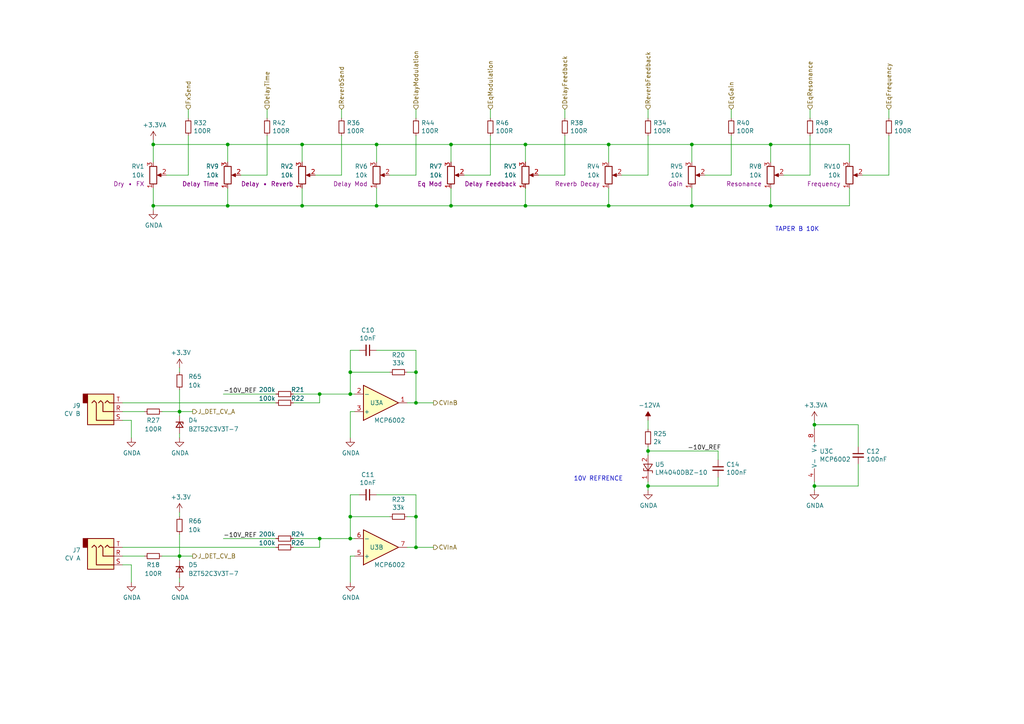
<source format=kicad_sch>
(kicad_sch (version 20230121) (generator eeschema)
  (paper "A4")
  (title_block (title "Echo Cinematic") (date "2024-01-29") (rev "A") (company "KNOBULA") (comment 3 "KNOBULA"))
  (lib_symbols
    (symbol "Amplifier_Operational:MCP602" (pin_names (offset 0.127))
      (property "Reference" "U" (at 0 5.08 0))
      (property "Value" "MCP602" (at 0 -5.08 0))
      (symbol "MCP602_1_1"
        (polyline (pts (xy -5.08 5.08) (xy 5.08 0) (xy -5.08 -5.08) (xy -5.08 5.08)) (stroke (width 0.254)) (fill (type background)))
        (pin output line (at 7.62 0 180) (length 2.54) (name "~") (number "1"))
        (pin input line (at -7.62 -2.54 0) (length 2.54) (name "-") (number "2"))
        (pin input line (at -7.62 2.54 0) (length 2.54) (name "+") (number "3"))
      )
      (symbol "MCP602_2_1"
        (polyline (pts (xy -5.08 5.08) (xy 5.08 0) (xy -5.08 -5.08) (xy -5.08 5.08)) (stroke (width 0.254)) (fill (type background)))
        (pin input line (at -7.62 2.54 0) (length 2.54) (name "+") (number "5"))
        (pin input line (at -7.62 -2.54 0) (length 2.54) (name "-") (number "6"))
        (pin output line (at 7.62 0 180) (length 2.54) (name "~") (number "7"))
      )
      (symbol "MCP602_3_1"
        (pin power_in line (at -2.54 -7.62 90) (length 3.81) (name "V-") (number "4"))
        (pin power_in line (at -2.54 7.62 270) (length 3.81) (name "V+") (number "8"))
      )
    )
    (symbol "Connector_Audio:AudioJack3"
      (property "Reference" "J" (at 0 8.89 0))
      (property "Value" "AudioJack3" (at 0 6.35 0))
      (symbol "AudioJack3_0_1"
        (rectangle (start -5.08 -5.08) (end -6.35 -2.54) (stroke (width 0.254)) (fill (type outline)))
        (polyline (pts (xy 0 -2.54) (xy 0.635 -3.175) (xy 1.27 -2.54) (xy 2.54 -2.54)) (stroke (width 0.254)))
        (polyline (pts (xy -1.905 -2.54) (xy -1.27 -3.175) (xy -0.635 -2.54) (xy -0.635 0) (xy 2.54 0)) (stroke (width 0.254)))
        (polyline (pts (xy 2.54 2.54) (xy -2.54 2.54) (xy -2.54 -2.54) (xy -3.175 -3.175) (xy -3.81 -2.54)) (stroke (width 0.254)))
        (rectangle (start 2.54 3.81) (end -5.08 -5.08) (stroke (width 0.254)) (fill (type background)))
      )
      (symbol "AudioJack3_1_1"
        (pin passive line (at 5.08 0 180) (length 2.54) (name "~") (number "R"))
        (pin passive line (at 5.08 2.54 180) (length 2.54) (name "~") (number "S"))
        (pin passive line (at 5.08 -2.54 180) (length 2.54) (name "~") (number "T"))
      )
    )
    (symbol "Device:C_Small" (pin_numbers hide) (pin_names (offset 0.254) hide)
      (property "Reference" "C" (at 0.254 1.778 0))
      (property "Value" "C_Small" (at 0.254 -2.032 0))
      (symbol "C_Small_0_1"
        (polyline (pts (xy -1.524 -0.508) (xy 1.524 -0.508)) (stroke (width 0.3302)))
        (polyline (pts (xy -1.524 0.508) (xy 1.524 0.508)) (stroke (width 0.3048)))
      )
      (symbol "C_Small_1_1"
        (pin passive line (at 0 2.54 270) (length 2.032) (name "~") (number "1"))
        (pin passive line (at 0 -2.54 90) (length 2.032) (name "~") (number "2"))
      )
    )
    (symbol "Device:D_Zener_Small" (pin_numbers hide) (pin_names (offset 0.254) hide)
      (property "Reference" "D" (at 0 2.286 0))
      (property "Value" "D_Zener_Small" (at 0 -2.286 0))
      (symbol "D_Zener_Small_0_1"
        (polyline (pts (xy 0.762 0) (xy -0.762 0)))
        (polyline (pts (xy -0.254 1.016) (xy -0.762 1.016) (xy -0.762 -1.016)) (stroke (width 0.254)))
        (polyline (pts (xy 0.762 1.016) (xy -0.762 0) (xy 0.762 -1.016) (xy 0.762 1.016)) (stroke (width 0.254)))
      )
      (symbol "D_Zener_Small_1_1"
        (pin passive line (at -2.54 0 0) (length 1.778) (name "K") (number "1"))
        (pin passive line (at 2.54 0 180) (length 1.778) (name "A") (number "2"))
      )
    )
    (symbol "Device:R_Potentiometer" (pin_names (offset 1.016) hide)
      (property "Reference" "RV" (at -4.445 0 90))
      (property "Value" "R_Potentiometer" (at -2.54 0 90))
      (symbol "R_Potentiometer_0_1"
        (polyline (pts (xy 2.54 0) (xy 1.524 0)))
        (polyline (pts (xy 1.143 0) (xy 2.286 0.508) (xy 2.286 -0.508) (xy 1.143 0)) (fill (type outline)))
        (rectangle (start 1.016 2.54) (end -1.016 -2.54) (stroke (width 0.254)))
      )
      (symbol "R_Potentiometer_1_1"
        (pin passive line (at 0 3.81 270) (length 1.27) (name "1") (number "1"))
        (pin passive line (at 3.81 0 180) (length 1.27) (name "2") (number "2"))
        (pin passive line (at 0 -3.81 90) (length 1.27) (name "3") (number "3"))
      )
    )
    (symbol "Device:R_Small" (pin_numbers hide) (pin_names (offset 0.254) hide)
      (property "Reference" "R" (at 0.762 0.508 0))
      (property "Value" "R_Small" (at 0.762 -1.016 0))
      (symbol "R_Small_0_1"
        (rectangle (start -0.762 1.778) (end 0.762 -1.778) (stroke (width 0.2032)))
      )
      (symbol "R_Small_1_1"
        (pin passive line (at 0 2.54 270) (length 0.762) (name "~") (number "1"))
        (pin passive line (at 0 -2.54 90) (length 0.762) (name "~") (number "2"))
      )
    )
    (symbol "Reference_Voltage:LM4040DBZ-10" (pin_names (offset 0.0254) hide)
      (property "Reference" "U" (at 0 2.54 0))
      (property "Value" "LM4040DBZ-10" (at 0 -3.175 0))
      (symbol "LM4040DBZ-10_0_1"
        (polyline (pts (xy -1.27 0) (xy 0 0) (xy 1.27 0)))
        (polyline (pts (xy -1.27 -1.27) (xy 0.635 0) (xy -1.27 1.27) (xy -1.27 -1.27)) (stroke (width 0.2032)))
        (polyline (pts (xy 0 -1.27) (xy 0.635 -1.27) (xy 0.635 1.27) (xy 1.27 1.27)) (stroke (width 0.2032)))
      )
      (symbol "LM4040DBZ-10_1_1"
        (pin passive line (at 3.81 0 180) (length 2.54) (name "K") (number "1"))
        (pin passive line (at -3.81 0 0) (length 2.54) (name "A") (number "2"))
      )
    )
    (symbol "power:+3.3V" (power) (pin_names (offset 0))
      (property "Value" "+3.3V" (at 0 3.556 0))
      (symbol "+3.3V_0_1"
        (polyline (pts (xy -0.762 1.27) (xy 0 2.54)))
        (polyline (pts (xy 0 0) (xy 0 2.54)))
        (polyline (pts (xy 0 2.54) (xy 0.762 1.27)))
      )
      (symbol "+3.3V_1_1"
        (pin power_in line (at 0 0 90) (length 0) hide (name "+3.3V") (number "1"))
      )
    )
    (symbol "power:+3.3VA" (power) (pin_names (offset 0))
      (property "Value" "+3.3VA" (at 0 3.556 0))
      (symbol "+3.3VA_0_1"
        (polyline (pts (xy -0.762 1.27) (xy 0 2.54)))
        (polyline (pts (xy 0 0) (xy 0 2.54)))
        (polyline (pts (xy 0 2.54) (xy 0.762 1.27)))
      )
      (symbol "+3.3VA_1_1"
        (pin power_in line (at 0 0 90) (length 0) hide (name "+3.3VA") (number "1"))
      )
    )
    (symbol "power:-12VA" (power) (pin_names (offset 0))
      (property "Value" "-12VA" (at 0 3.556 0))
      (symbol "-12VA_0_0"
        (pin power_in line (at 0 0 90) (length 0) hide (name "-12VA") (number "1"))
      )
      (symbol "-12VA_0_1"
        (polyline (pts (xy 0 0) (xy 0 1.27) (xy 0.762 1.27) (xy 0 2.54) (xy -0.762 1.27) (xy 0 1.27)) (fill (type outline)))
      )
    )
    (symbol "power:GNDA" (power) (pin_names (offset 0))
      (property "Value" "GNDA" (at 0 -3.81 0))
      (symbol "GNDA_0_1"
        (polyline (pts (xy 0 0) (xy 0 -1.27) (xy 1.27 -1.27) (xy 0 -2.54) (xy -1.27 -1.27) (xy 0 -1.27)))
      )
      (symbol "GNDA_1_1"
        (pin power_in line (at 0 0 270) (length 0) hide (name "GNDA") (number "1"))
      )
    )
  )
  (junction (at 66.04 59.69))
  (junction (at 101.6 114.3))
  (junction (at 44.45 41.91))
  (junction (at 120.65 158.75))
  (junction (at 92.71 156.21))
  (junction (at 66.04 41.91))
  (junction (at 176.53 59.69))
  (junction (at 92.71 114.3))
  (junction (at 109.22 59.69))
  (junction (at 223.52 59.69))
  (junction (at 130.81 41.91))
  (junction (at 176.53 41.91))
  (junction (at 44.45 59.69))
  (junction (at 236.22 123.19))
  (junction (at 120.65 116.84))
  (junction (at 52.07 161.29))
  (junction (at 223.52 41.91))
  (junction (at 152.4 59.69))
  (junction (at 152.4 41.91))
  (junction (at 130.81 59.69))
  (junction (at 52.07 119.38))
  (junction (at 120.65 149.86))
  (junction (at 109.22 41.91))
  (junction (at 236.22 140.97))
  (junction (at 101.6 156.21))
  (junction (at 200.66 59.69))
  (junction (at 187.96 130.81))
  (junction (at 101.6 149.86))
  (junction (at 87.63 41.91))
  (junction (at 101.6 107.95))
  (junction (at 187.96 140.97))
  (junction (at 200.66 41.91))
  (junction (at 87.63 59.69))
  (junction (at 120.65 107.95))
  (wire (pts (xy 38.1 163.83) (xy 35.56 163.83)))
  (wire (pts (xy 109.22 41.91) (xy 130.81 41.91)))
  (wire (pts (xy 187.96 140.97) (xy 208.28 140.97)))
  (wire (pts (xy 52.07 154.94) (xy 52.07 161.29)))
  (wire (pts (xy 101.6 156.21) (xy 102.87 156.21)))
  (wire (pts (xy 38.1 127) (xy 38.1 121.92)))
  (wire (pts (xy 176.53 41.91) (xy 200.66 41.91)))
  (wire (pts (xy 176.53 54.61) (xy 176.53 59.69)))
  (wire (pts (xy 35.56 158.75) (xy 80.01 158.75)))
  (wire (pts (xy 120.65 31.75) (xy 120.65 34.29)))
  (wire (pts (xy 102.87 161.29) (xy 101.6 161.29)))
  (wire (pts (xy 101.6 101.6) (xy 101.6 107.95)))
  (wire (pts (xy 223.52 54.61) (xy 223.52 59.69)))
  (wire (pts (xy 35.56 116.84) (xy 80.01 116.84)))
  (wire (pts (xy 66.04 41.91) (xy 87.63 41.91)))
  (wire (pts (xy 77.47 50.8) (xy 77.47 39.37)))
  (wire (pts (xy 101.6 119.38) (xy 101.6 127)))
  (wire (pts (xy 87.63 46.99) (xy 87.63 41.91)))
  (wire (pts (xy 52.07 162.56) (xy 52.07 161.29)))
  (wire (pts (xy 130.81 54.61) (xy 130.81 59.69)))
  (wire (pts (xy 92.71 114.3) (xy 85.09 114.3)))
  (wire (pts (xy 54.61 31.75) (xy 54.61 34.29)))
  (wire (pts (xy 113.03 149.86) (xy 101.6 149.86)))
  (wire (pts (xy 48.26 50.8) (xy 54.61 50.8)))
  (wire (pts (xy 109.22 101.6) (xy 120.65 101.6)))
  (wire (pts (xy 52.07 119.38) (xy 52.07 120.65)))
  (wire (pts (xy 101.6 143.51) (xy 101.6 149.86)))
  (wire (pts (xy 236.22 123.19) (xy 248.92 123.19)))
  (wire (pts (xy 52.07 125.73) (xy 52.07 127)))
  (wire (pts (xy 236.22 123.19) (xy 236.22 124.46)))
  (wire (pts (xy 187.96 139.7) (xy 187.96 140.97)))
  (wire (pts (xy 163.83 39.37) (xy 163.83 50.8)))
  (wire (pts (xy 212.09 31.75) (xy 212.09 34.29)))
  (wire (pts (xy 187.96 31.75) (xy 187.96 34.29)))
  (wire (pts (xy 64.77 114.3) (xy 80.01 114.3)))
  (wire (pts (xy 212.09 50.8) (xy 212.09 39.37)))
  (wire (pts (xy 120.65 149.86) (xy 120.65 158.75)))
  (wire (pts (xy 120.65 107.95) (xy 120.65 116.84)))
  (wire (pts (xy 113.03 50.8) (xy 120.65 50.8)))
  (wire (pts (xy 176.53 46.99) (xy 176.53 41.91)))
  (wire (pts (xy 54.61 50.8) (xy 54.61 39.37)))
  (wire (pts (xy 91.44 50.8) (xy 99.06 50.8)))
  (wire (pts (xy 92.71 116.84) (xy 92.71 114.3)))
  (wire (pts (xy 120.65 101.6) (xy 120.65 107.95)))
  (wire (pts (xy 250.19 50.8) (xy 257.81 50.8)))
  (wire (pts (xy 200.66 41.91) (xy 223.52 41.91)))
  (wire (pts (xy 92.71 156.21) (xy 101.6 156.21)))
  (wire (pts (xy 109.22 46.99) (xy 109.22 41.91)))
  (wire (pts (xy 176.53 59.69) (xy 200.66 59.69)))
  (wire (pts (xy 187.96 140.97) (xy 187.96 142.24)))
  (wire (pts (xy 134.62 50.8) (xy 142.24 50.8)))
  (wire (pts (xy 44.45 59.69) (xy 44.45 60.96)))
  (wire (pts (xy 236.22 121.92) (xy 236.22 123.19)))
  (wire (pts (xy 204.47 50.8) (xy 212.09 50.8)))
  (wire (pts (xy 223.52 41.91) (xy 246.38 41.91)))
  (wire (pts (xy 200.66 46.99) (xy 200.66 41.91)))
  (wire (pts (xy 152.4 46.99) (xy 152.4 41.91)))
  (wire (pts (xy 101.6 149.86) (xy 101.6 156.21)))
  (wire (pts (xy 246.38 54.61) (xy 246.38 59.69)))
  (wire (pts (xy 152.4 41.91) (xy 176.53 41.91)))
  (wire (pts (xy 236.22 140.97) (xy 248.92 140.97)))
  (wire (pts (xy 236.22 139.7) (xy 236.22 140.97)))
  (wire (pts (xy 52.07 161.29) (xy 55.88 161.29)))
  (wire (pts (xy 208.28 140.97) (xy 208.28 138.43)))
  (wire (pts (xy 248.92 140.97) (xy 248.92 134.62)))
  (wire (pts (xy 35.56 119.38) (xy 41.91 119.38)))
  (wire (pts (xy 87.63 54.61) (xy 87.63 59.69)))
  (wire (pts (xy 130.81 59.69) (xy 152.4 59.69)))
  (wire (pts (xy 200.66 59.69) (xy 223.52 59.69)))
  (wire (pts (xy 35.56 161.29) (xy 41.91 161.29)))
  (wire (pts (xy 246.38 46.99) (xy 246.38 41.91)))
  (wire (pts (xy 46.99 119.38) (xy 52.07 119.38)))
  (wire (pts (xy 44.45 54.61) (xy 44.45 59.69)))
  (wire (pts (xy 101.6 114.3) (xy 102.87 114.3)))
  (wire (pts (xy 52.07 148.59) (xy 52.07 149.86)))
  (wire (pts (xy 118.11 107.95) (xy 120.65 107.95)))
  (wire (pts (xy 227.33 50.8) (xy 234.95 50.8)))
  (wire (pts (xy 156.21 50.8) (xy 163.83 50.8)))
  (wire (pts (xy 85.09 116.84) (xy 92.71 116.84)))
  (wire (pts (xy 248.92 123.19) (xy 248.92 129.54)))
  (wire (pts (xy 120.65 143.51) (xy 120.65 149.86)))
  (wire (pts (xy 130.81 46.99) (xy 130.81 41.91)))
  (wire (pts (xy 101.6 107.95) (xy 101.6 114.3)))
  (wire (pts (xy 109.22 54.61) (xy 109.22 59.69)))
  (wire (pts (xy 66.04 46.99) (xy 66.04 41.91)))
  (wire (pts (xy 92.71 156.21) (xy 85.09 156.21)))
  (wire (pts (xy 257.81 31.75) (xy 257.81 34.29)))
  (wire (pts (xy 52.07 113.03) (xy 52.07 119.38)))
  (wire (pts (xy 109.22 59.69) (xy 130.81 59.69)))
  (wire (pts (xy 102.87 119.38) (xy 101.6 119.38)))
  (wire (pts (xy 104.14 143.51) (xy 101.6 143.51)))
  (wire (pts (xy 44.45 46.99) (xy 44.45 41.91)))
  (wire (pts (xy 187.96 121.92) (xy 187.96 124.46)))
  (wire (pts (xy 236.22 140.97) (xy 236.22 142.24)))
  (wire (pts (xy 187.96 130.81) (xy 187.96 132.08)))
  (wire (pts (xy 44.45 40.64) (xy 44.45 41.91)))
  (wire (pts (xy 130.81 41.91) (xy 152.4 41.91)))
  (wire (pts (xy 208.28 130.81) (xy 208.28 133.35)))
  (wire (pts (xy 223.52 46.99) (xy 223.52 41.91)))
  (wire (pts (xy 64.77 156.21) (xy 80.01 156.21)))
  (wire (pts (xy 46.99 161.29) (xy 52.07 161.29)))
  (wire (pts (xy 118.11 149.86) (xy 120.65 149.86)))
  (wire (pts (xy 66.04 54.61) (xy 66.04 59.69)))
  (wire (pts (xy 99.06 31.75) (xy 99.06 34.29)))
  (wire (pts (xy 257.81 50.8) (xy 257.81 39.37)))
  (wire (pts (xy 163.83 31.75) (xy 163.83 34.29)))
  (wire (pts (xy 109.22 143.51) (xy 120.65 143.51)))
  (wire (pts (xy 44.45 41.91) (xy 66.04 41.91)))
  (wire (pts (xy 152.4 54.61) (xy 152.4 59.69)))
  (wire (pts (xy 87.63 59.69) (xy 109.22 59.69)))
  (wire (pts (xy 38.1 168.91) (xy 38.1 163.83)))
  (wire (pts (xy 69.85 50.8) (xy 77.47 50.8)))
  (wire (pts (xy 152.4 59.69) (xy 176.53 59.69)))
  (wire (pts (xy 87.63 41.91) (xy 109.22 41.91)))
  (wire (pts (xy 52.07 106.68) (xy 52.07 107.95)))
  (wire (pts (xy 120.65 50.8) (xy 120.65 39.37)))
  (wire (pts (xy 120.65 116.84) (xy 118.11 116.84)))
  (wire (pts (xy 142.24 50.8) (xy 142.24 39.37)))
  (wire (pts (xy 52.07 167.64) (xy 52.07 168.91)))
  (wire (pts (xy 187.96 50.8) (xy 187.96 39.37)))
  (wire (pts (xy 142.24 31.75) (xy 142.24 34.29)))
  (wire (pts (xy 187.96 130.81) (xy 208.28 130.81)))
  (wire (pts (xy 101.6 161.29) (xy 101.6 168.91)))
  (wire (pts (xy 38.1 121.92) (xy 35.56 121.92)))
  (wire (pts (xy 234.95 31.75) (xy 234.95 34.29)))
  (wire (pts (xy 234.95 50.8) (xy 234.95 39.37)))
  (wire (pts (xy 125.73 158.75) (xy 120.65 158.75)))
  (wire (pts (xy 223.52 59.69) (xy 246.38 59.69)))
  (wire (pts (xy 44.45 59.69) (xy 66.04 59.69)))
  (wire (pts (xy 99.06 50.8) (xy 99.06 39.37)))
  (wire (pts (xy 200.66 54.61) (xy 200.66 59.69)))
  (wire (pts (xy 85.09 158.75) (xy 92.71 158.75)))
  (wire (pts (xy 180.34 50.8) (xy 187.96 50.8)))
  (wire (pts (xy 113.03 107.95) (xy 101.6 107.95)))
  (wire (pts (xy 120.65 158.75) (xy 118.11 158.75)))
  (wire (pts (xy 66.04 59.69) (xy 87.63 59.69)))
  (wire (pts (xy 92.71 158.75) (xy 92.71 156.21)))
  (wire (pts (xy 52.07 119.38) (xy 55.88 119.38)))
  (wire (pts (xy 187.96 129.54) (xy 187.96 130.81)))
  (wire (pts (xy 92.71 114.3) (xy 101.6 114.3)))
  (wire (pts (xy 125.73 116.84) (xy 120.65 116.84)))
  (wire (pts (xy 77.47 31.75) (xy 77.47 34.29)))
  (wire (pts (xy 104.14 101.6) (xy 101.6 101.6)))
  (text "10V REFRENCE" (at 166.37 139.7 0) (effects (font (size 1.27 1.27)) (justify left bottom)))
  (text "TAPER B 10K" (at 224.79 67.31 0) (effects (font (size 1.27 1.27)) (justify left bottom)))
  (label "-10V_REF" (at 199.39 130.81 0))
  (label "-10V_REF" (at 64.77 156.21 0))
  (label "-10V_REF" (at 64.77 114.3 0))
  (hierarchical_label "CVInA" (shape output) (at 125.73 158.75 0))
  (hierarchical_label "EqModulation" (shape input) (at 142.24 31.75 90))
  (hierarchical_label "J_DET_CV_A" (shape output) (at 55.88 119.38 0))
  (hierarchical_label "DelayTime" (shape input) (at 77.47 31.75 90))
  (hierarchical_label "DelayModulation" (shape input) (at 120.65 31.75 90))
  (hierarchical_label "EqFrequency" (shape input) (at 257.81 31.75 90))
  (hierarchical_label "DelayFeedback" (shape input) (at 163.83 31.75 90))
  (hierarchical_label "CVInB" (shape output) (at 125.73 116.84 0))
  (hierarchical_label "EqResonance" (shape input) (at 234.95 31.75 90))
  (hierarchical_label "J_DET_CV_B" (shape output) (at 55.88 161.29 0))
  (hierarchical_label "FxSend" (shape input) (at 54.61 31.75 90))
  (hierarchical_label "ReverbSend" (shape input) (at 99.06 31.75 90))
  (hierarchical_label "ReverbFeedback" (shape input) (at 187.96 31.75 90))
  (hierarchical_label "EqGain" (shape input) (at 212.09 31.75 90))
  (symbol (lib_id "Device:R_Small") (at 82.55 156.21 270) (unit 1)
    (property "Reference" "R24" (at 86.36 154.94 90))
    (property "Value" "200k" (at 77.47 154.94 90))
    (property "Footprint" "Resistor_SMD:R_0603_1608Metric" (effects hide))
  )
  (symbol (lib_id "Device:R_Small") (at 82.55 158.75 270) (unit 1)
    (property "Reference" "R26" (at 86.36 157.48 90))
    (property "Value" "100k" (at 77.47 157.48 90))
    (property "Footprint" "Resistor_SMD:R_0603_1608Metric" (effects hide))
  )
  (symbol (lib_id "Device:R_Small") (at 82.55 114.3 270) (unit 1)
    (property "Reference" "R21" (at 86.36 113.03 90))
    (property "Value" "200k" (at 77.47 113.03 90))
    (property "Footprint" "Resistor_SMD:R_0603_1608Metric" (effects hide))
  )
  (symbol (lib_id "Device:R_Small") (at 82.55 116.84 270) (unit 1)
    (property "Reference" "R22" (at 86.36 115.57 90))
    (property "Value" "100k" (at 77.47 115.57 90))
    (property "Footprint" "Resistor_SMD:R_0603_1608Metric" (effects hide))
  )
  (symbol (lib_id "power:GNDA") (at 101.6 127 0) (unit 1)
    (property "Reference" "#PWR038" (effects hide))
    (property "Value" "GNDA" (at 101.727 131.3942 0))
  )
  (symbol (lib_id "Device:R_Small") (at 115.57 107.95 270) (unit 1)
    (property "Reference" "R20" (at 115.57 102.9716 90))
    (property "Value" "33k" (at 115.57 105.283 90))
    (property "Footprint" "Resistor_SMD:R_0603_1608Metric" (effects hide))
  )
  (symbol (lib_id "Device:C_Small") (at 106.68 101.6 270) (unit 1)
    (property "Reference" "C10" (at 106.68 95.7834 90))
    (property "Value" "10nF" (at 106.68 98.0948 90))
    (property "Footprint" "Capacitor_SMD:C_0603_1608Metric" (effects hide))
  )
  (symbol (lib_id "power:GNDA") (at 101.6 168.91 0) (unit 1)
    (property "Reference" "#PWR043" (effects hide))
    (property "Value" "GNDA" (at 101.727 173.3042 0))
  )
  (symbol (lib_id "Device:R_Small") (at 115.57 149.86 270) (unit 1)
    (property "Reference" "R23" (at 115.57 144.8816 90))
    (property "Value" "33k" (at 115.57 147.193 90))
    (property "Footprint" "Resistor_SMD:R_0603_1608Metric" (effects hide))
  )
  (symbol (lib_id "Device:C_Small") (at 106.68 143.51 270) (unit 1)
    (property "Reference" "C11" (at 106.68 137.6934 90))
    (property "Value" "10nF" (at 106.68 140.0048 90))
    (property "Footprint" "Capacitor_SMD:C_0603_1608Metric" (effects hide))
  )
  (symbol (lib_id "power:GNDA") (at 236.22 142.24 0) (unit 1)
    (property "Reference" "#PWR045" (effects hide))
    (property "Value" "GNDA" (at 236.347 146.6342 0))
  )
  (symbol (lib_id "Device:C_Small") (at 248.92 132.08 0) (unit 1)
    (property "Reference" "C12" (at 251.2568 130.9116 0) (effects (justify left)))
    (property "Value" "100nF" (at 251.2568 133.223 0) (effects (justify left)))
    (property "Footprint" "Capacitor_SMD:C_0603_1608Metric" (effects hide))
  )
  (symbol (lib_id "power:+3.3VA") (at 236.22 121.92 0) (unit 1)
    (property "Reference" "#PWR040" (effects hide))
    (property "Value" "+3.3VA" (at 236.601 117.5258 0))
  )
  (symbol (lib_id "power:GNDA") (at 187.96 142.24 0) (unit 1)
    (property "Reference" "#PWR044" (effects hide))
    (property "Value" "GNDA" (at 188.087 146.6342 0))
  )
  (symbol (lib_id "Device:R_Small") (at 187.96 127 0) (unit 1)
    (property "Reference" "R25" (at 189.4586 125.8316 0) (effects (justify left)))
    (property "Value" "2k" (at 189.4586 128.143 0) (effects (justify left)))
    (property "Footprint" "Resistor_SMD:R_0603_1608Metric" (effects hide))
  )
  (symbol (lib_id "Reference_Voltage:LM4040DBZ-10") (at 187.96 135.89 270) (unit 1)
    (property "Reference" "U5" (at 189.9666 134.7216 90) (effects (justify left)))
    (property "Value" "LM4040DBZ-10" (at 189.9666 137.033 90) (effects (justify left)))
    (property "Footprint" "Package_TO_SOT_SMD:SOT-23" (effects hide))
    (property "Datasheet" "http://www.ti.com/lit/ds/symlink/lm4040-n.pdf" (effects hide))
  )
  (symbol (lib_id "Device:R_Potentiometer") (at 66.04 50.8 0) (mirror x) (unit 1)
    (property "Reference" "RV9" (at 63.5 48.26 0) (effects (justify right)))
    (property "Value" "10k" (at 63.5 50.8 0) (effects (justify right)))
    (property "Footprint" "FOOTPRINTS:POT_ALPS" (effects hide))
    (property "POT NAME" "Delay Time" (at 63.5 53.34 0) (effects (justify right)))
  )
  (symbol (lib_id "Device:R_Potentiometer") (at 44.45 50.8 0) (mirror x) (unit 1)
    (property "Reference" "RV1" (at 41.91 48.26 0) (effects (justify right)))
    (property "Value" "10k" (at 41.91 50.8 0) (effects (justify right)))
    (property "Footprint" "FOOTPRINTS:R0904N" (effects hide))
    (property "POT NAME" "Dry • FX" (at 41.91 53.34 0) (effects (justify right)))
  )
  (symbol (lib_id "Device:R_Potentiometer") (at 87.63 50.8 0) (mirror x) (unit 1)
    (property "Reference" "RV2" (at 85.09 48.26 0) (effects (justify right)))
    (property "Value" "10k" (at 85.09 50.8 0) (effects (justify right)))
    (property "Footprint" "FOOTPRINTS:R0904N" (effects hide))
    (property "POT NAME" "Delay • Reverb" (at 85.09 53.34 0) (effects (justify right)))
  )
  (symbol (lib_id "Device:R_Potentiometer") (at 152.4 50.8 0) (mirror x) (unit 1)
    (property "Reference" "RV3" (at 149.86 48.26 0) (effects (justify right)))
    (property "Value" "10k" (at 149.86 50.8 0) (effects (justify right)))
    (property "Footprint" "FOOTPRINTS:POT_ALPS" (effects hide))
    (property "POT NAME" "Delay Feedback" (at 149.86 53.34 0) (effects (justify right)))
  )
  (symbol (lib_id "power:+3.3VA") (at 44.45 40.64 0) (unit 1)
    (property "Reference" "#PWR035" (effects hide))
    (property "Value" "+3.3VA" (at 44.831 36.2458 0))
  )
  (symbol (lib_id "power:GNDA") (at 44.45 60.96 0) (unit 1)
    (property "Reference" "#PWR036" (effects hide))
    (property "Value" "GNDA" (at 44.577 65.3542 0))
  )
  (symbol (lib_id "Device:R_Potentiometer") (at 200.66 50.8 0) (mirror x) (unit 1)
    (property "Reference" "RV5" (at 198.12 48.26 0) (effects (justify right)))
    (property "Value" "10k" (at 198.12 50.8 0) (effects (justify right)))
    (property "Footprint" "FOOTPRINTS:R0904N" (effects hide))
    (property "POT NAME" "Gain" (at 198.12 53.34 0) (effects (justify right)))
  )
  (symbol (lib_id "Device:R_Potentiometer") (at 109.22 50.8 0) (mirror x) (unit 1)
    (property "Reference" "RV6" (at 106.68 48.26 0) (effects (justify right)))
    (property "Value" "10k" (at 106.68 50.8 0) (effects (justify right)))
    (property "Footprint" "FOOTPRINTS:R0904N" (effects hide))
    (property "POT NAME" "Delay Mod" (at 106.68 53.34 0) (effects (justify right)))
  )
  (symbol (lib_id "Device:R_Potentiometer") (at 130.81 50.8 0) (mirror x) (unit 1)
    (property "Reference" "RV7" (at 128.27 48.26 0) (effects (justify right)))
    (property "Value" "10k" (at 128.27 50.8 0) (effects (justify right)))
    (property "Footprint" "FOOTPRINTS:R0904N" (effects hide))
    (property "POT NAME" "Eq Mod" (at 128.27 53.34 0) (effects (justify right)))
  )
  (symbol (lib_id "Device:C_Small") (at 208.28 135.89 0) (unit 1)
    (property "Reference" "C14" (at 210.6168 134.7216 0) (effects (justify left)))
    (property "Value" "100nF" (at 210.6168 137.033 0) (effects (justify left)))
    (property "Footprint" "Capacitor_SMD:C_0603_1608Metric" (effects hide))
  )
  (symbol (lib_id "Amplifier_Operational:MCP602") (at 110.49 116.84 0) (mirror x) (unit 1)
    (property "Reference" "U3" (at 109.22 116.84 0))
    (property "Value" "MCP6002" (at 113.03 121.92 0))
    (property "Footprint" "Package_SO:SOIC-8_3.9x4.9mm_P1.27mm" (effects hide))
    (property "Datasheet" "http://ww1.microchip.com/downloads/en/DeviceDoc/21314g.pdf" (effects hide))
  )
  (symbol (lib_id "Amplifier_Operational:MCP602") (at 110.49 158.75 0) (mirror x) (unit 2)
    (property "Reference" "U3" (at 109.22 158.75 0))
    (property "Value" "MCP6002" (at 113.03 163.83 0))
    (property "Footprint" "Package_SO:SOIC-8_3.9x4.9mm_P1.27mm" (effects hide))
    (property "Datasheet" "http://ww1.microchip.com/downloads/en/DeviceDoc/21314g.pdf" (effects hide))
  )
  (symbol (lib_id "Amplifier_Operational:MCP602") (at 238.76 132.08 0) (unit 3)
    (property "Reference" "U3" (at 237.6932 130.9116 0) (effects (justify left)))
    (property "Value" "MCP6002" (at 237.6932 133.223 0) (effects (justify left)))
    (property "Footprint" "Package_SO:SOIC-8_3.9x4.9mm_P1.27mm" (effects hide))
    (property "Datasheet" "http://ww1.microchip.com/downloads/en/DeviceDoc/21314g.pdf" (effects hide))
  )
  (symbol (lib_id "Device:R_Potentiometer") (at 223.52 50.8 0) (mirror x) (unit 1)
    (property "Reference" "RV8" (at 220.98 48.26 0) (effects (justify right)))
    (property "Value" "10k" (at 220.98 50.8 0) (effects (justify right)))
    (property "Footprint" "FOOTPRINTS:R0904N" (effects hide))
    (property "POT NAME" "Resonance" (at 220.98 53.34 0) (effects (justify right)))
  )
  (symbol (lib_id "Device:R_Potentiometer") (at 176.53 50.8 0) (mirror x) (unit 1)
    (property "Reference" "RV4" (at 173.99 48.26 0) (effects (justify right)))
    (property "Value" "10k" (at 173.99 50.8 0) (effects (justify right)))
    (property "Footprint" "FOOTPRINTS:R0904N" (effects hide))
    (property "POT NAME" "Reverb Decay" (at 173.99 53.34 0) (effects (justify right)))
  )
  (symbol (lib_id "Device:R_Small") (at 54.61 36.83 180) (unit 1)
    (property "Reference" "R32" (at 56.1086 35.6616 0) (effects (justify right)))
    (property "Value" "100R" (at 56.1086 37.973 0) (effects (justify right)))
    (property "Footprint" "Resistor_SMD:R_0603_1608Metric" (effects hide))
  )
  (symbol (lib_id "Device:R_Small") (at 234.95 36.83 180) (unit 1)
    (property "Reference" "R48" (at 236.4486 35.6616 0) (effects (justify right)))
    (property "Value" "100R" (at 236.4486 37.973 0) (effects (justify right)))
    (property "Footprint" "Resistor_SMD:R_0603_1608Metric" (effects hide))
  )
  (symbol (lib_id "Device:R_Small") (at 187.96 36.83 180) (unit 1)
    (property "Reference" "R34" (at 189.4586 35.6616 0) (effects (justify right)))
    (property "Value" "100R" (at 189.4586 37.973 0) (effects (justify right)))
    (property "Footprint" "Resistor_SMD:R_0603_1608Metric" (effects hide))
  )
  (symbol (lib_id "Device:R_Small") (at 99.06 36.83 180) (unit 1)
    (property "Reference" "R36" (at 100.5586 35.6616 0) (effects (justify right)))
    (property "Value" "100R" (at 100.5586 37.973 0) (effects (justify right)))
    (property "Footprint" "Resistor_SMD:R_0603_1608Metric" (effects hide))
  )
  (symbol (lib_id "Device:R_Small") (at 163.83 36.83 180) (unit 1)
    (property "Reference" "R38" (at 165.3286 35.6616 0) (effects (justify right)))
    (property "Value" "100R" (at 165.3286 37.973 0) (effects (justify right)))
    (property "Footprint" "Resistor_SMD:R_0603_1608Metric" (effects hide))
  )
  (symbol (lib_id "Device:R_Small") (at 212.09 36.83 180) (unit 1)
    (property "Reference" "R40" (at 213.5886 35.6616 0) (effects (justify right)))
    (property "Value" "100R" (at 213.5886 37.973 0) (effects (justify right)))
    (property "Footprint" "Resistor_SMD:R_0603_1608Metric" (effects hide))
  )
  (symbol (lib_id "Device:R_Small") (at 77.47 36.83 180) (unit 1)
    (property "Reference" "R42" (at 78.9686 35.6616 0) (effects (justify right)))
    (property "Value" "100R" (at 78.9686 37.973 0) (effects (justify right)))
    (property "Footprint" "Resistor_SMD:R_0603_1608Metric" (effects hide))
  )
  (symbol (lib_id "Device:R_Small") (at 120.65 36.83 180) (unit 1)
    (property "Reference" "R44" (at 122.1486 35.6616 0) (effects (justify right)))
    (property "Value" "100R" (at 122.1486 37.973 0) (effects (justify right)))
    (property "Footprint" "Resistor_SMD:R_0603_1608Metric" (effects hide))
  )
  (symbol (lib_id "Device:R_Small") (at 142.24 36.83 180) (unit 1)
    (property "Reference" "R46" (at 143.7386 35.6616 0) (effects (justify right)))
    (property "Value" "100R" (at 143.7386 37.973 0) (effects (justify right)))
    (property "Footprint" "Resistor_SMD:R_0603_1608Metric" (effects hide))
  )
  (symbol (lib_id "power:-12VA") (at 187.96 121.92 0) (unit 1)
    (property "Reference" "#PWR039" (effects hide))
    (property "Value" "-12VA" (at 188.341 117.5258 0))
  )
  (symbol (lib_id "Device:R_Small") (at 44.45 161.29 90) (unit 1)
    (property "Reference" "R18" (at 44.45 163.83 90))
    (property "Value" "100R" (at 44.45 166.37 90))
    (property "Footprint" "Resistor_SMD:R_0603_1608Metric" (effects hide))
  )
  (symbol (lib_id "Device:R_Small") (at 257.81 36.83 180) (unit 1)
    (property "Reference" "R9" (at 259.3086 35.6616 0) (effects (justify right)))
    (property "Value" "100R" (at 259.3086 37.973 0) (effects (justify right)))
    (property "Footprint" "Resistor_SMD:R_0603_1608Metric" (effects hide))
  )
  (symbol (lib_id "Device:R_Small") (at 44.45 119.38 90) (unit 1)
    (property "Reference" "R27" (at 44.45 121.92 90))
    (property "Value" "100R" (at 44.45 124.46 90))
    (property "Footprint" "Resistor_SMD:R_0603_1608Metric" (effects hide))
  )
  (symbol (lib_id "Device:D_Zener_Small") (at 52.07 123.19 270) (unit 1)
    (property "Reference" "D4" (at 54.61 121.92 90) (effects (justify left)))
    (property "Value" "BZT52C3V3T-7" (at 54.61 124.46 90) (effects (justify left)))
    (property "Footprint" "Diode_SMD:D_SOD-523" (effects hide))
  )
  (symbol (lib_id "Device:R_Small") (at 52.07 152.4 0) (unit 1)
    (property "Reference" "R66" (at 54.61 151.13 0) (effects (justify left)))
    (property "Value" "10k" (at 54.61 153.67 0) (effects (justify left)))
    (property "Footprint" "Resistor_SMD:R_0603_1608Metric" (effects hide))
  )
  (symbol (lib_id "Device:R_Small") (at 52.07 110.49 0) (unit 1)
    (property "Reference" "R65" (at 54.61 109.22 0) (effects (justify left)))
    (property "Value" "10k" (at 54.61 111.76 0) (effects (justify left)))
    (property "Footprint" "Resistor_SMD:R_0603_1608Metric" (effects hide))
  )
  (symbol (lib_id "power:GNDA") (at 52.07 168.91 0) (unit 1)
    (property "Reference" "#PWR09" (effects hide))
    (property "Value" "GNDA" (at 52.197 173.3042 0))
  )
  (symbol (lib_id "Connector_Audio:AudioJack3") (at 30.48 119.38 0) (mirror x) (unit 1)
    (property "Reference" "J9" (at 23.3934 117.6782 0) (effects (justify right)))
    (property "Value" "CV B" (at 23.3934 119.9896 0) (effects (justify right)))
    (property "Footprint" "FOOTPRINTS:THONKICONN_ST" (effects hide))
  )
  (symbol (lib_id "power:GNDA") (at 52.07 127 0) (unit 1)
    (property "Reference" "#PWR08" (effects hide))
    (property "Value" "GNDA" (at 52.197 131.3942 0))
  )
  (symbol (lib_id "power:+3.3V") (at 52.07 148.59 0) (unit 1)
    (property "Reference" "#PWR016" (effects hide))
    (property "Value" "+3.3V" (at 52.451 144.1958 0))
  )
  (symbol (lib_id "power:GNDA") (at 38.1 127 0) (unit 1)
    (property "Reference" "#PWR034" (effects hide))
    (property "Value" "GNDA" (at 38.227 131.3942 0))
  )
  (symbol (lib_id "Connector_Audio:AudioJack3") (at 30.48 161.29 0) (mirror x) (unit 1)
    (property "Reference" "J7" (at 23.3934 159.5882 0) (effects (justify right)))
    (property "Value" "CV A" (at 23.3934 161.8996 0) (effects (justify right)))
    (property "Footprint" "FOOTPRINTS:THONKICONN_ST" (effects hide))
  )
  (symbol (lib_id "power:GNDA") (at 38.1 168.91 0) (unit 1)
    (property "Reference" "#PWR033" (effects hide))
    (property "Value" "GNDA" (at 38.227 173.3042 0))
  )
  (symbol (lib_id "Device:D_Zener_Small") (at 52.07 165.1 270) (unit 1)
    (property "Reference" "D5" (at 54.61 163.83 90) (effects (justify left)))
    (property "Value" "BZT52C3V3T-7" (at 54.61 166.37 90) (effects (justify left)))
    (property "Footprint" "Diode_SMD:D_SOD-523" (effects hide))
  )
  (symbol (lib_id "power:+3.3V") (at 52.07 106.68 0) (unit 1)
    (property "Reference" "#PWR020" (effects hide))
    (property "Value" "+3.3V" (at 52.451 102.2858 0))
  )
  (symbol (lib_id "Device:R_Potentiometer") (at 246.38 50.8 0) (mirror x) (unit 1)
    (property "Reference" "RV10" (at 243.84 48.26 0) (effects (justify right)))
    (property "Value" "10k" (at 243.84 50.8 0) (effects (justify right)))
    (property "Footprint" "FOOTPRINTS:POT_ALPS" (effects hide))
    (property "POT NAME" "Frequency" (at 243.84 53.34 0) (effects (justify right)))
  )
)
</source>
